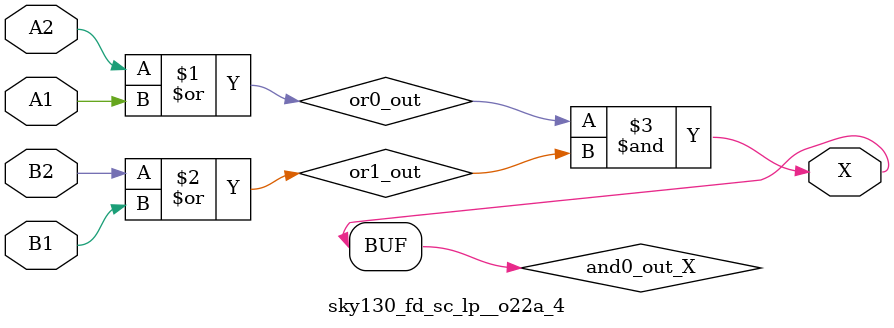
<source format=v>
/*
 * Copyright 2020 The SkyWater PDK Authors
 *
 * Licensed under the Apache License, Version 2.0 (the "License");
 * you may not use this file except in compliance with the License.
 * You may obtain a copy of the License at
 *
 *     https://www.apache.org/licenses/LICENSE-2.0
 *
 * Unless required by applicable law or agreed to in writing, software
 * distributed under the License is distributed on an "AS IS" BASIS,
 * WITHOUT WARRANTIES OR CONDITIONS OF ANY KIND, either express or implied.
 * See the License for the specific language governing permissions and
 * limitations under the License.
 *
 * SPDX-License-Identifier: Apache-2.0
*/


`ifndef SKY130_FD_SC_LP__O22A_4_FUNCTIONAL_V
`define SKY130_FD_SC_LP__O22A_4_FUNCTIONAL_V

/**
 * o22a: 2-input OR into both inputs of 2-input AND.
 *
 *       X = ((A1 | A2) & (B1 | B2))
 *
 * Verilog simulation functional model.
 */

`timescale 1ns / 1ps
`default_nettype none

`celldefine
module sky130_fd_sc_lp__o22a_4 (
    X ,
    A1,
    A2,
    B1,
    B2
);

    // Module ports
    output X ;
    input  A1;
    input  A2;
    input  B1;
    input  B2;

    // Local signals
    wire or0_out   ;
    wire or1_out   ;
    wire and0_out_X;

    //  Name  Output      Other arguments
    or  or0  (or0_out   , A2, A1          );
    or  or1  (or1_out   , B2, B1          );
    and and0 (and0_out_X, or0_out, or1_out);
    buf buf0 (X         , and0_out_X      );

endmodule
`endcelldefine

`default_nettype wire
`endif  // SKY130_FD_SC_LP__O22A_4_FUNCTIONAL_V

</source>
